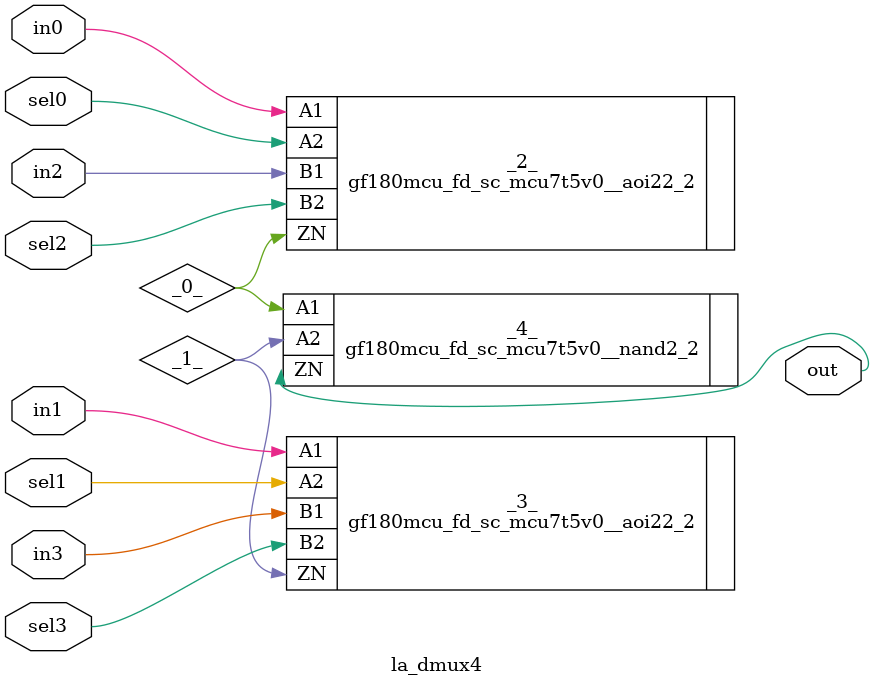
<source format=v>

/* Generated by Yosys 0.44 (git sha1 80ba43d26, g++ 11.4.0-1ubuntu1~22.04 -fPIC -O3) */

(* top =  1  *)
(* src = "inputs/la_dmux4.v:10.1-26.10" *)
module la_dmux4 (
    sel3,
    sel2,
    sel1,
    sel0,
    in3,
    in2,
    in1,
    in0,
    out
);
  wire _0_;
  wire _1_;
  (* src = "inputs/la_dmux4.v:20.12-20.15" *)
  input in0;
  wire in0;
  (* src = "inputs/la_dmux4.v:19.12-19.15" *)
  input in1;
  wire in1;
  (* src = "inputs/la_dmux4.v:18.12-18.15" *)
  input in2;
  wire in2;
  (* src = "inputs/la_dmux4.v:17.12-17.15" *)
  input in3;
  wire in3;
  (* src = "inputs/la_dmux4.v:21.12-21.15" *)
  output out;
  wire out;
  (* src = "inputs/la_dmux4.v:16.12-16.16" *)
  input sel0;
  wire sel0;
  (* src = "inputs/la_dmux4.v:15.12-15.16" *)
  input sel1;
  wire sel1;
  (* src = "inputs/la_dmux4.v:14.12-14.16" *)
  input sel2;
  wire sel2;
  (* src = "inputs/la_dmux4.v:13.12-13.16" *)
  input sel3;
  wire sel3;
  gf180mcu_fd_sc_mcu7t5v0__aoi22_2 _2_ (
      .A1(in0),
      .A2(sel0),
      .B1(in2),
      .B2(sel2),
      .ZN(_0_)
  );
  gf180mcu_fd_sc_mcu7t5v0__aoi22_2 _3_ (
      .A1(in1),
      .A2(sel1),
      .B1(in3),
      .B2(sel3),
      .ZN(_1_)
  );
  gf180mcu_fd_sc_mcu7t5v0__nand2_2 _4_ (
      .A1(_0_),
      .A2(_1_),
      .ZN(out)
  );
endmodule

</source>
